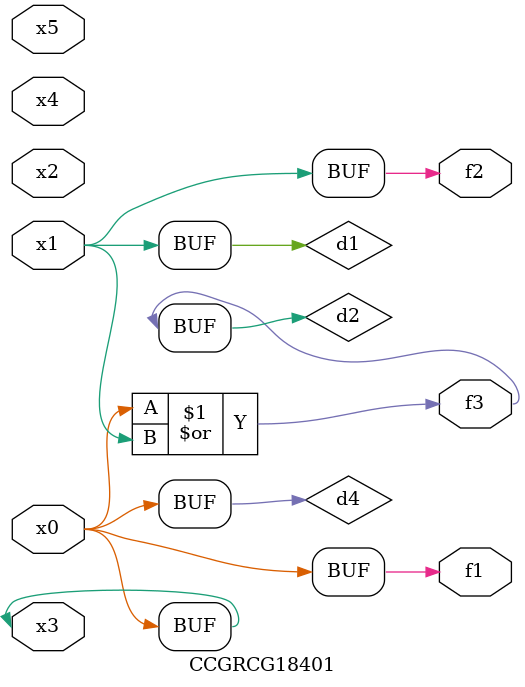
<source format=v>
module CCGRCG18401(
	input x0, x1, x2, x3, x4, x5,
	output f1, f2, f3
);

	wire d1, d2, d3, d4;

	and (d1, x1);
	or (d2, x0, x1);
	nand (d3, x0, x5);
	buf (d4, x0, x3);
	assign f1 = d4;
	assign f2 = d1;
	assign f3 = d2;
endmodule

</source>
